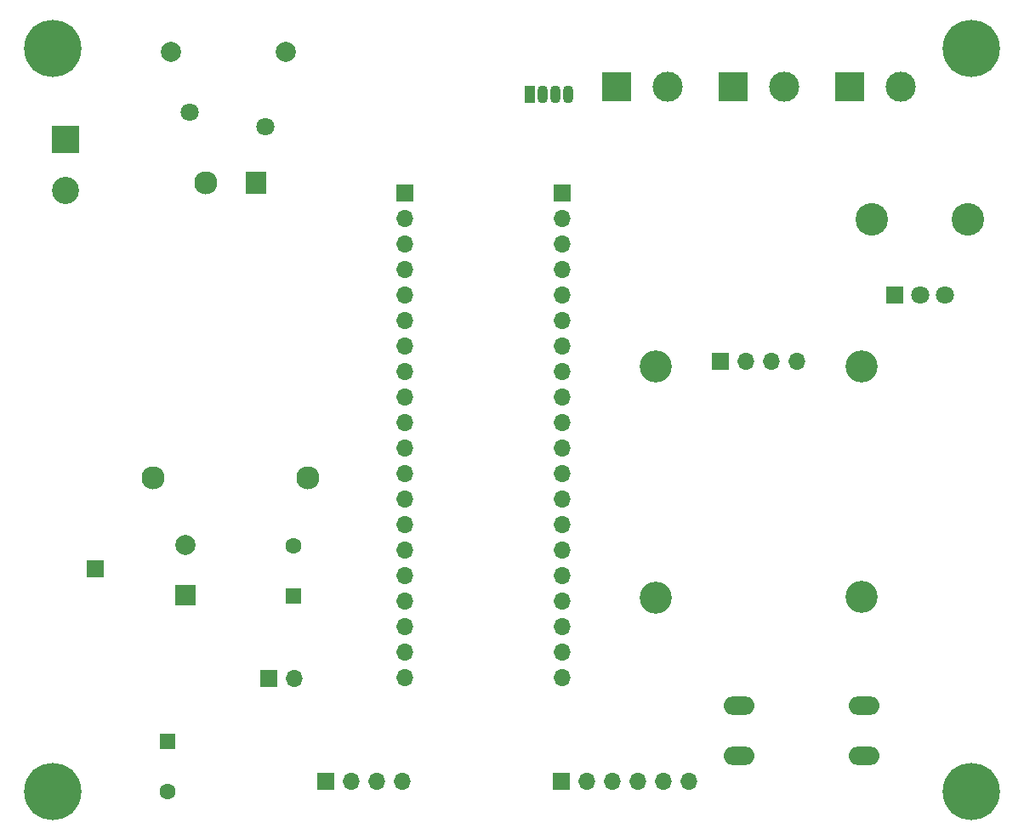
<source format=gbr>
G04 #@! TF.GenerationSoftware,KiCad,Pcbnew,(5.1.7)-1*
G04 #@! TF.CreationDate,2021-01-09T20:06:41-03:00*
G04 #@! TF.ProjectId,PCB_CONTROLADORA_SOLDAGEM,5043425f-434f-44e5-9452-4f4c41444f52,rev?*
G04 #@! TF.SameCoordinates,Original*
G04 #@! TF.FileFunction,Soldermask,Bot*
G04 #@! TF.FilePolarity,Negative*
%FSLAX46Y46*%
G04 Gerber Fmt 4.6, Leading zero omitted, Abs format (unit mm)*
G04 Created by KiCad (PCBNEW (5.1.7)-1) date 2021-01-09 20:06:41*
%MOMM*%
%LPD*%
G01*
G04 APERTURE LIST*
%ADD10R,2.700000X2.700000*%
%ADD11C,2.700000*%
%ADD12C,3.200000*%
%ADD13R,3.000000X3.000000*%
%ADD14C,3.000000*%
%ADD15O,1.700000X1.700000*%
%ADD16R,1.700000X1.700000*%
%ADD17O,3.048000X1.850000*%
%ADD18R,1.600000X1.600000*%
%ADD19C,1.600000*%
%ADD20C,2.300000*%
%ADD21R,2.000000X2.300000*%
%ADD22C,1.800000*%
%ADD23C,2.000000*%
%ADD24R,2.000000X2.000000*%
%ADD25R,1.070000X1.800000*%
%ADD26O,1.070000X1.800000*%
%ADD27R,1.800000X1.800000*%
%ADD28C,3.240000*%
%ADD29C,5.700000*%
G04 APERTURE END LIST*
D10*
X107140000Y-75840000D03*
D11*
X107140000Y-80920000D03*
D12*
X165930000Y-98450000D03*
X186430000Y-98440000D03*
X165930000Y-121454000D03*
X186430000Y-121440000D03*
D13*
X185240000Y-70570000D03*
D14*
X190320000Y-70570000D03*
X167140000Y-70570000D03*
D13*
X162060000Y-70570000D03*
D15*
X140960000Y-129425001D03*
X140960000Y-126885001D03*
X140960000Y-124345001D03*
X140960000Y-121805001D03*
X140960000Y-119265001D03*
X140960000Y-116725001D03*
X140960000Y-114185001D03*
X140960000Y-111645001D03*
X140960000Y-109105001D03*
X140960000Y-106565001D03*
X140960000Y-104025001D03*
X140960000Y-101485001D03*
X140960000Y-98945001D03*
X140960000Y-96405001D03*
X140960000Y-93865001D03*
X140960000Y-91325001D03*
X140960000Y-88785001D03*
X140960000Y-86245001D03*
X140960000Y-83705001D03*
D16*
X140960000Y-81165001D03*
X156605001Y-81165001D03*
D15*
X156605001Y-83705001D03*
X156605001Y-86245001D03*
X156605001Y-88785001D03*
X156605001Y-91325001D03*
X156605001Y-93865001D03*
X156605001Y-96405001D03*
X156605001Y-98945001D03*
X156605001Y-101485001D03*
X156605001Y-104025001D03*
X156605001Y-106565001D03*
X156605001Y-109105001D03*
X156605001Y-111645001D03*
X156605001Y-114185001D03*
X156605001Y-116725001D03*
X156605001Y-119265001D03*
X156605001Y-121805001D03*
X156605001Y-124345001D03*
X156605001Y-126885001D03*
X156605001Y-129425001D03*
D17*
X186710000Y-132250000D03*
X186710000Y-137250000D03*
X174210000Y-132250000D03*
X174210000Y-137250000D03*
D16*
X172370000Y-97950000D03*
D15*
X174910000Y-97950000D03*
X177450000Y-97950000D03*
X179990000Y-97950000D03*
D16*
X133130000Y-139740000D03*
D15*
X135670000Y-139740000D03*
X138210000Y-139740000D03*
X140750000Y-139740000D03*
D13*
X173660000Y-70570000D03*
D14*
X178740000Y-70570000D03*
D18*
X129840000Y-121340000D03*
D19*
X129840000Y-116340000D03*
D18*
X117320000Y-135790000D03*
D19*
X117320000Y-140790000D03*
D16*
X127400000Y-129490000D03*
D15*
X129940000Y-129490000D03*
D20*
X131310000Y-109550000D03*
D21*
X126110000Y-80150000D03*
D20*
X121110000Y-80150000D03*
X115910000Y-109550000D03*
D22*
X127070000Y-74560000D03*
X119570000Y-73160000D03*
D23*
X129120000Y-67150000D03*
X117720000Y-67150000D03*
X119160000Y-116220000D03*
D24*
X119160000Y-121220000D03*
D25*
X153440000Y-71320000D03*
D26*
X154710000Y-71320000D03*
X155980000Y-71320000D03*
X157250000Y-71320000D03*
D27*
X189730000Y-91300000D03*
D22*
X192230000Y-91300000D03*
X194730000Y-91300000D03*
D28*
X197030000Y-83800000D03*
X187430000Y-83800000D03*
D16*
X156530000Y-139740000D03*
D15*
X159070000Y-139740000D03*
X161610000Y-139740000D03*
X164150000Y-139740000D03*
X166690000Y-139740000D03*
X169230000Y-139740000D03*
D16*
X110140000Y-118570000D03*
D29*
X197340000Y-66770000D03*
X105940000Y-140770000D03*
X197340000Y-140770000D03*
X105940000Y-66770000D03*
M02*

</source>
